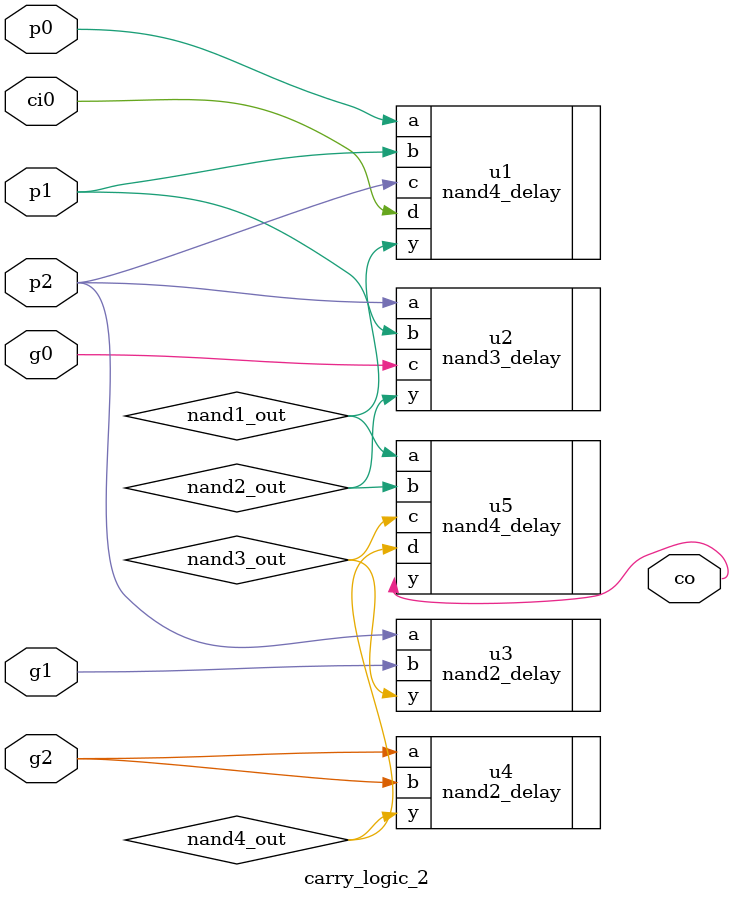
<source format=sv>
module carry_logic_2 (
    input logic p0,
    input logic g0,
    input logic p1,
    input logic g1,
    input logic p2,
    input logic g2,
    input logic ci0,
    output logic co
);

    logic nand1_out;  
    logic nand2_out;  
    logic nand3_out;  
    logic nand4_out;  


// co2  = g2  + p2 g1  + p2 p1 g0  + p2 p1 p0 ci0

nand4_delay u1 (
	.a(p0), 
	.b(p1), 
    .c(p2),
    .d(ci0),
	.y(nand1_out)
	); 

nand3_delay u2 (
	.a(p2), 
	.b(p1), 
    .c(g0),
	.y(nand2_out)
	); 

nand2_delay u3 (
	.a(p2), 
	.b(g1), 
	.y(nand3_out)
	); 

nand2_delay u4 (
	.a(g2), 
	.b(g2), 
	.y(nand4_out)
	); 

nand4_delay u5 (
	.a(nand1_out), 
	.b(nand2_out), 
    .c(nand3_out), 
    .d(nand4_out),
	.y(co)
	); 

endmodule
</source>
